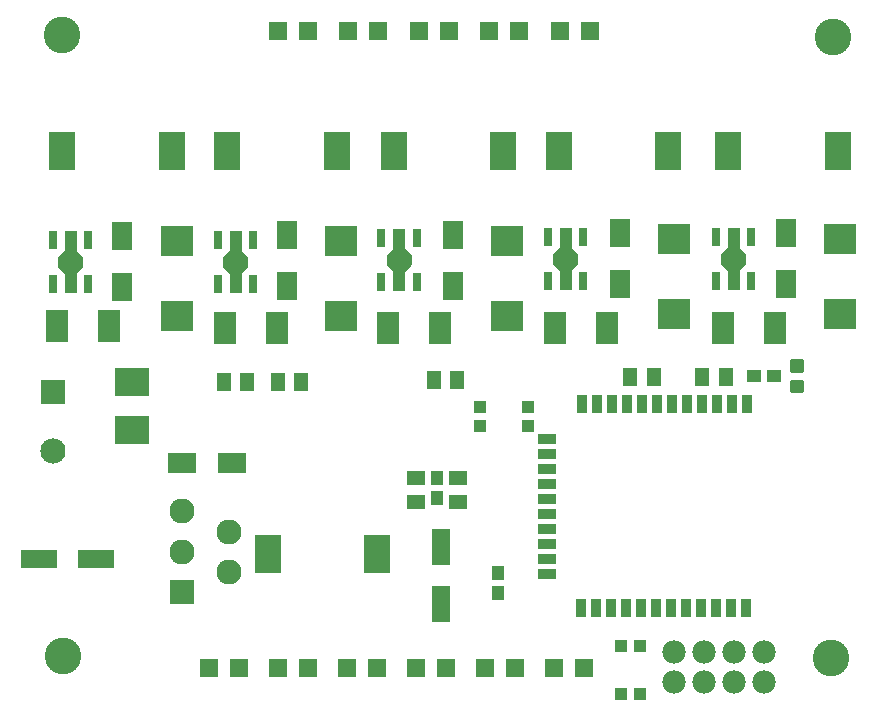
<source format=gbr>
G04 EAGLE Gerber RS-274X export*
G75*
%MOMM*%
%FSLAX34Y34*%
%LPD*%
%INSoldermask Top*%
%IPPOS*%
%AMOC8*
5,1,8,0,0,1.08239X$1,22.5*%
G01*
%ADD10R,0.801600X1.601600*%
%ADD11R,1.101600X5.301600*%
%ADD12R,2.301600X3.201600*%
%ADD13R,1.651600X2.451600*%
%ADD14R,1.901600X2.801600*%
%ADD15R,2.801600X2.651600*%
%ADD16R,1.625600X1.625600*%
%ADD17R,1.201600X1.501600*%
%ADD18R,2.126600X2.126600*%
%ADD19C,2.126600*%
%ADD20R,1.501600X3.101600*%
%ADD21R,2.451600X1.651600*%
%ADD22R,3.101600X1.501600*%
%ADD23R,1.501600X1.201600*%
%ADD24R,1.101600X1.201600*%
%ADD25R,2.895600X2.387600*%
%ADD26C,0.396575*%
%ADD27R,1.201600X1.101600*%
%ADD28C,3.101600*%
%ADD29R,1.101600X1.001600*%
%ADD30R,1.001600X1.101600*%
%ADD31C,1.981200*%
%ADD32R,2.133600X2.133600*%
%ADD33C,2.133600*%
%ADD34R,0.812800X1.524000*%
%ADD35R,1.524000X0.812800*%
%ADD36C,1.376600*%

G36*
X610888Y363834D02*
X610888Y363834D01*
X610954Y363831D01*
X610999Y363846D01*
X611046Y363851D01*
X611105Y363880D01*
X611168Y363900D01*
X611212Y363933D01*
X611247Y363950D01*
X611274Y363979D01*
X611318Y364012D01*
X621318Y374012D01*
X621343Y374046D01*
X621374Y374075D01*
X621406Y374138D01*
X621447Y374196D01*
X621457Y374237D01*
X621477Y374275D01*
X621490Y374364D01*
X621503Y374413D01*
X621500Y374434D01*
X621504Y374460D01*
X621504Y382460D01*
X621497Y382502D01*
X621499Y382544D01*
X621477Y382611D01*
X621465Y382681D01*
X621443Y382717D01*
X621430Y382758D01*
X621376Y382831D01*
X621350Y382874D01*
X621334Y382887D01*
X621318Y382908D01*
X611318Y392908D01*
X611265Y392946D01*
X611217Y392991D01*
X611173Y393010D01*
X611134Y393037D01*
X611071Y393053D01*
X611010Y393079D01*
X610963Y393081D01*
X610917Y393093D01*
X610852Y393086D01*
X610786Y393089D01*
X610741Y393074D01*
X610694Y393069D01*
X610635Y393040D01*
X610572Y393020D01*
X610528Y392987D01*
X610493Y392970D01*
X610466Y392941D01*
X610422Y392908D01*
X600422Y382908D01*
X600397Y382874D01*
X600366Y382845D01*
X600334Y382782D01*
X600293Y382724D01*
X600283Y382683D01*
X600263Y382645D01*
X600250Y382556D01*
X600238Y382507D01*
X600240Y382486D01*
X600236Y382460D01*
X600236Y374460D01*
X600243Y374418D01*
X600241Y374376D01*
X600263Y374309D01*
X600275Y374239D01*
X600297Y374203D01*
X600310Y374162D01*
X600364Y374089D01*
X600390Y374046D01*
X600406Y374033D01*
X600422Y374012D01*
X610422Y364012D01*
X610476Y363974D01*
X610523Y363929D01*
X610567Y363910D01*
X610606Y363883D01*
X610669Y363867D01*
X610730Y363841D01*
X610777Y363839D01*
X610823Y363828D01*
X610888Y363834D01*
G37*
G36*
X468648Y363834D02*
X468648Y363834D01*
X468714Y363831D01*
X468759Y363846D01*
X468806Y363851D01*
X468865Y363880D01*
X468928Y363900D01*
X468972Y363933D01*
X469007Y363950D01*
X469034Y363979D01*
X469078Y364012D01*
X479078Y374012D01*
X479103Y374046D01*
X479134Y374075D01*
X479166Y374138D01*
X479207Y374196D01*
X479217Y374237D01*
X479237Y374275D01*
X479250Y374364D01*
X479263Y374413D01*
X479260Y374434D01*
X479264Y374460D01*
X479264Y382460D01*
X479257Y382502D01*
X479259Y382544D01*
X479237Y382611D01*
X479225Y382681D01*
X479203Y382717D01*
X479190Y382758D01*
X479136Y382831D01*
X479110Y382874D01*
X479094Y382887D01*
X479078Y382908D01*
X469078Y392908D01*
X469025Y392946D01*
X468977Y392991D01*
X468933Y393010D01*
X468894Y393037D01*
X468831Y393053D01*
X468770Y393079D01*
X468723Y393081D01*
X468677Y393093D01*
X468612Y393086D01*
X468546Y393089D01*
X468501Y393074D01*
X468454Y393069D01*
X468395Y393040D01*
X468332Y393020D01*
X468288Y392987D01*
X468253Y392970D01*
X468226Y392941D01*
X468182Y392908D01*
X458182Y382908D01*
X458157Y382874D01*
X458126Y382845D01*
X458094Y382782D01*
X458053Y382724D01*
X458043Y382683D01*
X458023Y382645D01*
X458010Y382556D01*
X457998Y382507D01*
X458000Y382486D01*
X457996Y382460D01*
X457996Y374460D01*
X458003Y374418D01*
X458001Y374376D01*
X458023Y374309D01*
X458035Y374239D01*
X458057Y374203D01*
X458070Y374162D01*
X458124Y374089D01*
X458150Y374046D01*
X458166Y374033D01*
X458182Y374012D01*
X468182Y364012D01*
X468236Y363974D01*
X468283Y363929D01*
X468327Y363910D01*
X468366Y363883D01*
X468429Y363867D01*
X468490Y363841D01*
X468537Y363839D01*
X468583Y363828D01*
X468648Y363834D01*
G37*
G36*
X327678Y362564D02*
X327678Y362564D01*
X327744Y362561D01*
X327789Y362576D01*
X327836Y362581D01*
X327895Y362610D01*
X327958Y362630D01*
X328002Y362663D01*
X328037Y362680D01*
X328064Y362709D01*
X328108Y362742D01*
X338108Y372742D01*
X338133Y372776D01*
X338164Y372805D01*
X338196Y372868D01*
X338237Y372926D01*
X338247Y372967D01*
X338267Y373005D01*
X338280Y373094D01*
X338293Y373143D01*
X338290Y373164D01*
X338294Y373190D01*
X338294Y381190D01*
X338287Y381232D01*
X338289Y381274D01*
X338267Y381341D01*
X338255Y381411D01*
X338233Y381447D01*
X338220Y381488D01*
X338166Y381561D01*
X338140Y381604D01*
X338124Y381617D01*
X338108Y381638D01*
X328108Y391638D01*
X328055Y391676D01*
X328007Y391721D01*
X327963Y391740D01*
X327924Y391767D01*
X327861Y391783D01*
X327800Y391809D01*
X327753Y391811D01*
X327707Y391823D01*
X327642Y391816D01*
X327576Y391819D01*
X327531Y391804D01*
X327484Y391799D01*
X327425Y391770D01*
X327362Y391750D01*
X327318Y391717D01*
X327283Y391700D01*
X327256Y391671D01*
X327212Y391638D01*
X317212Y381638D01*
X317187Y381604D01*
X317156Y381575D01*
X317124Y381512D01*
X317083Y381454D01*
X317073Y381413D01*
X317053Y381375D01*
X317040Y381286D01*
X317028Y381237D01*
X317030Y381216D01*
X317026Y381190D01*
X317026Y373190D01*
X317033Y373148D01*
X317031Y373106D01*
X317053Y373039D01*
X317065Y372969D01*
X317087Y372933D01*
X317100Y372892D01*
X317154Y372819D01*
X317180Y372776D01*
X317196Y372763D01*
X317212Y372742D01*
X327212Y362742D01*
X327266Y362704D01*
X327313Y362659D01*
X327357Y362640D01*
X327396Y362613D01*
X327459Y362597D01*
X327520Y362571D01*
X327567Y362569D01*
X327613Y362558D01*
X327678Y362564D01*
G37*
G36*
X189248Y361294D02*
X189248Y361294D01*
X189314Y361291D01*
X189359Y361306D01*
X189406Y361311D01*
X189465Y361340D01*
X189528Y361360D01*
X189572Y361393D01*
X189607Y361410D01*
X189634Y361439D01*
X189678Y361472D01*
X199678Y371472D01*
X199703Y371506D01*
X199734Y371535D01*
X199766Y371598D01*
X199807Y371656D01*
X199817Y371697D01*
X199837Y371735D01*
X199850Y371824D01*
X199863Y371873D01*
X199860Y371894D01*
X199864Y371920D01*
X199864Y379920D01*
X199857Y379962D01*
X199859Y380004D01*
X199837Y380071D01*
X199825Y380141D01*
X199803Y380177D01*
X199790Y380218D01*
X199736Y380291D01*
X199710Y380334D01*
X199694Y380347D01*
X199678Y380368D01*
X189678Y390368D01*
X189625Y390406D01*
X189577Y390451D01*
X189533Y390470D01*
X189494Y390497D01*
X189431Y390513D01*
X189370Y390539D01*
X189323Y390541D01*
X189277Y390553D01*
X189212Y390546D01*
X189146Y390549D01*
X189101Y390534D01*
X189054Y390529D01*
X188995Y390500D01*
X188932Y390480D01*
X188888Y390447D01*
X188853Y390430D01*
X188826Y390401D01*
X188782Y390368D01*
X178782Y380368D01*
X178757Y380334D01*
X178726Y380305D01*
X178694Y380242D01*
X178653Y380184D01*
X178643Y380143D01*
X178623Y380105D01*
X178610Y380016D01*
X178598Y379967D01*
X178600Y379946D01*
X178596Y379920D01*
X178596Y371920D01*
X178603Y371878D01*
X178601Y371836D01*
X178623Y371769D01*
X178635Y371699D01*
X178657Y371663D01*
X178670Y371622D01*
X178724Y371549D01*
X178750Y371506D01*
X178766Y371493D01*
X178782Y371472D01*
X188782Y361472D01*
X188836Y361434D01*
X188883Y361389D01*
X188927Y361370D01*
X188966Y361343D01*
X189029Y361327D01*
X189090Y361301D01*
X189137Y361299D01*
X189183Y361288D01*
X189248Y361294D01*
G37*
G36*
X49548Y361294D02*
X49548Y361294D01*
X49614Y361291D01*
X49659Y361306D01*
X49706Y361311D01*
X49765Y361340D01*
X49828Y361360D01*
X49872Y361393D01*
X49907Y361410D01*
X49934Y361439D01*
X49978Y361472D01*
X59978Y371472D01*
X60003Y371506D01*
X60034Y371535D01*
X60066Y371598D01*
X60107Y371656D01*
X60117Y371697D01*
X60137Y371735D01*
X60150Y371824D01*
X60163Y371873D01*
X60160Y371894D01*
X60164Y371920D01*
X60164Y379920D01*
X60157Y379962D01*
X60159Y380004D01*
X60137Y380071D01*
X60125Y380141D01*
X60103Y380177D01*
X60090Y380218D01*
X60036Y380291D01*
X60010Y380334D01*
X59994Y380347D01*
X59978Y380368D01*
X49978Y390368D01*
X49925Y390406D01*
X49877Y390451D01*
X49833Y390470D01*
X49794Y390497D01*
X49731Y390513D01*
X49670Y390539D01*
X49623Y390541D01*
X49577Y390553D01*
X49512Y390546D01*
X49446Y390549D01*
X49401Y390534D01*
X49354Y390529D01*
X49295Y390500D01*
X49232Y390480D01*
X49188Y390447D01*
X49153Y390430D01*
X49126Y390401D01*
X49082Y390368D01*
X39082Y380368D01*
X39057Y380334D01*
X39026Y380305D01*
X38994Y380242D01*
X38953Y380184D01*
X38943Y380143D01*
X38923Y380105D01*
X38910Y380016D01*
X38898Y379967D01*
X38900Y379946D01*
X38896Y379920D01*
X38896Y371920D01*
X38903Y371878D01*
X38901Y371836D01*
X38923Y371769D01*
X38935Y371699D01*
X38957Y371663D01*
X38970Y371622D01*
X39024Y371549D01*
X39050Y371506D01*
X39066Y371493D01*
X39082Y371472D01*
X49082Y361472D01*
X49136Y361434D01*
X49183Y361389D01*
X49227Y361370D01*
X49266Y361343D01*
X49329Y361327D01*
X49390Y361301D01*
X49437Y361299D01*
X49483Y361288D01*
X49548Y361294D01*
G37*
D10*
X64530Y394420D03*
X34530Y394420D03*
X64530Y357420D03*
X34530Y357420D03*
D11*
X49530Y375920D03*
D12*
X42400Y469900D03*
X135400Y469900D03*
D13*
X92710Y354420D03*
X92710Y397420D03*
D14*
X81690Y321310D03*
X37690Y321310D03*
D15*
X139700Y393650D03*
X139700Y330250D03*
D16*
X224790Y571500D03*
X250190Y571500D03*
D10*
X342660Y395690D03*
X312660Y395690D03*
X342660Y358690D03*
X312660Y358690D03*
D11*
X327660Y377190D03*
D12*
X323070Y469900D03*
X416070Y469900D03*
D13*
X373380Y355690D03*
X373380Y398690D03*
D14*
X362360Y320040D03*
X318360Y320040D03*
D15*
X419100Y393650D03*
X419100Y330250D03*
D16*
X344170Y571500D03*
X369570Y571500D03*
D10*
X204230Y394420D03*
X174230Y394420D03*
X204230Y357420D03*
X174230Y357420D03*
D11*
X189230Y375920D03*
D12*
X182100Y469900D03*
X275100Y469900D03*
D13*
X232410Y355690D03*
X232410Y398690D03*
D14*
X223930Y320040D03*
X179930Y320040D03*
D15*
X278130Y393650D03*
X278130Y330250D03*
D16*
X284480Y571500D03*
X309880Y571500D03*
D10*
X483630Y396960D03*
X453630Y396960D03*
X483630Y359960D03*
X453630Y359960D03*
D11*
X468630Y378460D03*
D12*
X462770Y469900D03*
X555770Y469900D03*
D13*
X514350Y356960D03*
X514350Y399960D03*
D14*
X503330Y320040D03*
X459330Y320040D03*
D15*
X560070Y394920D03*
X560070Y331520D03*
D16*
X403860Y571500D03*
X429260Y571500D03*
D10*
X625870Y396960D03*
X595870Y396960D03*
X625870Y359960D03*
X595870Y359960D03*
D11*
X610870Y378460D03*
D12*
X606280Y469900D03*
X699280Y469900D03*
D13*
X655320Y356960D03*
X655320Y399960D03*
D14*
X645570Y320040D03*
X601570Y320040D03*
D15*
X701040Y394920D03*
X701040Y331520D03*
D16*
X463550Y571500D03*
X488950Y571500D03*
D17*
X179230Y274320D03*
X199230Y274320D03*
X357030Y275590D03*
X377030Y275590D03*
X224950Y274320D03*
X244950Y274320D03*
X523400Y278130D03*
X543400Y278130D03*
X604360Y278130D03*
X584360Y278130D03*
D18*
X143510Y96520D03*
D19*
X183510Y113520D03*
X143510Y130520D03*
X183510Y147520D03*
X143510Y164520D03*
D12*
X216390Y128270D03*
X309390Y128270D03*
D20*
X363220Y134490D03*
X363220Y86490D03*
D21*
X186600Y205740D03*
X143600Y205740D03*
D22*
X22990Y124460D03*
X70990Y124460D03*
D23*
X341630Y192880D03*
X341630Y172880D03*
X377190Y172880D03*
X377190Y192880D03*
D24*
X359410Y192650D03*
X359410Y175650D03*
D25*
X101600Y274460D03*
X101600Y233540D03*
D24*
X411480Y112640D03*
X411480Y95640D03*
D26*
X660685Y274155D02*
X667735Y274155D01*
X667735Y267105D01*
X660685Y267105D01*
X660685Y274155D01*
X660685Y270873D02*
X667735Y270873D01*
X667735Y291695D02*
X660685Y291695D01*
X667735Y291695D02*
X667735Y284645D01*
X660685Y284645D01*
X660685Y291695D01*
X660685Y288413D02*
X667735Y288413D01*
D27*
X644770Y279400D03*
X627770Y279400D03*
D28*
X43180Y41910D03*
X693420Y40640D03*
X41910Y567690D03*
X694690Y566420D03*
D29*
X515240Y50980D03*
X531240Y50980D03*
X531240Y9980D03*
X515240Y9980D03*
D30*
X437060Y253110D03*
X437060Y237110D03*
X396060Y237110D03*
X396060Y253110D03*
D31*
X560070Y20320D03*
X560070Y45720D03*
X585470Y20320D03*
X585470Y45720D03*
X610870Y20320D03*
X610870Y45720D03*
X636270Y20320D03*
X636270Y45720D03*
D32*
X34290Y265430D03*
D33*
X34290Y215430D03*
D16*
X483870Y31750D03*
X458470Y31750D03*
X425450Y31750D03*
X400050Y31750D03*
X367030Y31750D03*
X341630Y31750D03*
X308610Y31750D03*
X283210Y31750D03*
X250190Y31750D03*
X224790Y31750D03*
X191770Y31750D03*
X166370Y31750D03*
D34*
X482004Y82710D03*
X494704Y82710D03*
X507404Y82710D03*
X520104Y82710D03*
X532804Y82710D03*
X545504Y82710D03*
X558204Y82710D03*
X570904Y82710D03*
X583604Y82710D03*
X596304Y82710D03*
X609004Y82710D03*
X621704Y82710D03*
X482133Y255386D03*
X494833Y255386D03*
X507533Y255386D03*
X520233Y255386D03*
X532933Y255386D03*
X545633Y255386D03*
X558333Y255386D03*
X571033Y255386D03*
X583733Y255386D03*
X596433Y255386D03*
X609133Y255386D03*
X621833Y255386D03*
D35*
X453311Y124390D03*
X453311Y137090D03*
X453311Y149790D03*
X453311Y162490D03*
X453311Y175190D03*
X453311Y187890D03*
X453311Y200590D03*
X453311Y213290D03*
X453311Y225990D03*
X453293Y111917D03*
D36*
X22860Y124460D03*
X72390Y124460D03*
X363220Y85090D03*
X363220Y134620D03*
M02*

</source>
